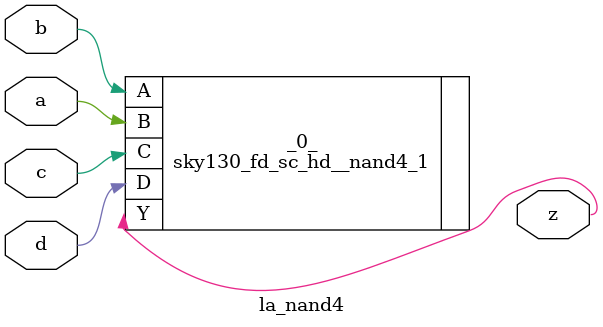
<source format=v>

/* Generated by Yosys 0.37 (git sha1 a5c7f69ed, clang 14.0.0-1ubuntu1.1 -fPIC -Os) */

module la_nand4(a, b, c, d, z);
  input a;
  wire a;
  input b;
  wire b;
  input c;
  wire c;
  input d;
  wire d;
  output z;
  wire z;
  sky130_fd_sc_hd__nand4_1 _0_ (
    .A(b),
    .B(a),
    .C(c),
    .D(d),
    .Y(z)
  );
endmodule

</source>
